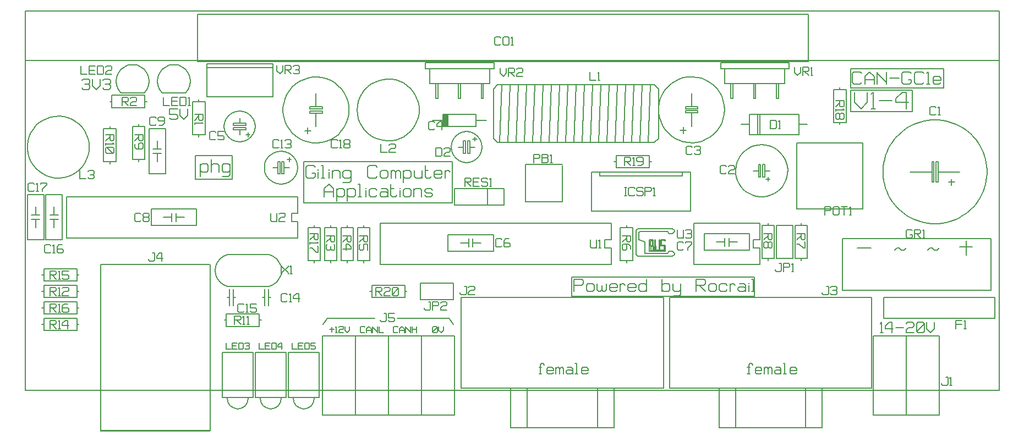
<source format=gbr>
G04                                                                  *
G04 SOURCE        : LAYO1 PCB.EXE VERSION 10                         *
G04 FORMAT        : GERBER RS-274X, Inch, 2.4, Leading Zero          *
G04 TITLE         : CAN-GC1E_SILKSCREEN TOP                          *
G04 TIME          : Monday, April 02, 2012  13:36:45                 *
G04                                                                  *
G04 Board width   : 149.860 mm. =  5.9000 inch                       *
G04 Board height  :  58.420 mm. =  2.3000 inch                       *
G04 Board offset  :   0.000 mm. =  0.0000 inch                       *
G04 Board offset  :   0.000 mm. =  0.0000 inch                       *
G04                                                                  *
G04 Apertures:                                                       *
G04       Type          X       Y             X       Y        Used  *
G04                      Inches                Metric                *
G04 D10   Draw        0.0079  0.0079        0.200   0.200      3362  *
G04                                                                  *
%FSLAX24Y24*
MOIN*
SFA1.0B1.0*%
%ADD10C,0.0079*%
%LNSILKSCREEN TOP*%
G54D10*
X000000Y023000D02*
X000000Y000000D01*
X059000Y000000D01*
X059000Y023000D01*
X000000Y023000D01*
X016516Y009250D02*
X002516Y009250D01*
X002516Y011750D01*
X016516Y011750D01*
X016516Y010750D01*
X016141Y010750D01*
X016141Y010250D01*
X016516Y010250D01*
X016516Y009250D01*
X044500Y007625D02*
X040500Y007625D01*
X040500Y010125D01*
X044500Y010125D01*
X044500Y009125D01*
X044125Y009125D01*
X044125Y008625D01*
X044500Y008625D01*
X044500Y007625D01*
X012289Y006297D02*
X014789Y006297D01*
X015031Y006398D01*
X015242Y006563D01*
X015398Y006766D01*
X015500Y007008D01*
X015531Y007266D01*
X015500Y007523D01*
X015398Y007766D01*
X015234Y007977D01*
X015031Y008133D01*
X014789Y008234D01*
X012273Y008234D01*
X012031Y008133D01*
X011820Y007969D01*
X011664Y007766D01*
X011563Y007523D01*
X011531Y007266D01*
X011563Y007008D01*
X011664Y006766D01*
X011828Y006555D01*
X012031Y006398D01*
X012273Y006297D01*
X046516Y010000D02*
X046516Y008000D01*
X045516Y008000D01*
X045516Y010000D01*
X046516Y010000D01*
X052000Y005625D02*
X052000Y004375D01*
X058750Y004375D01*
X058750Y005625D01*
X052000Y005625D01*
X020125Y017000D02*
X020141Y016742D01*
X020195Y016484D01*
X020289Y016234D01*
X020406Y016008D01*
X020563Y015797D01*
X020742Y015609D01*
X020953Y015445D01*
X021180Y015313D01*
X021422Y015219D01*
X021672Y015156D01*
X021938Y015125D01*
X022195Y015133D01*
X022453Y015180D01*
X022703Y015266D01*
X022938Y015375D01*
X023156Y015523D01*
X023352Y015695D01*
X023516Y015898D01*
X023656Y016125D01*
X023766Y016359D01*
X023836Y016609D01*
X023867Y016875D01*
X023867Y017133D01*
X023836Y017391D01*
X023758Y017641D01*
X023656Y017883D01*
X023516Y018102D01*
X023344Y018305D01*
X023148Y018477D01*
X022938Y018625D01*
X022703Y018742D01*
X022453Y018820D01*
X022195Y018867D01*
X021930Y018875D01*
X021672Y018844D01*
X021414Y018781D01*
X021172Y018680D01*
X020945Y018555D01*
X020742Y018391D01*
X020563Y018203D01*
X020406Y017992D01*
X020289Y017758D01*
X020195Y017516D01*
X020141Y017258D01*
X020125Y016992D01*
X038125Y018531D02*
X038375Y018281D01*
X038375Y015281D01*
X038125Y015031D01*
X028625Y015031D01*
X028375Y015281D01*
X028375Y018281D01*
X028625Y018531D01*
X038125Y018531D01*
X037750Y015031D02*
X037875Y018531D01*
X037375Y018531D01*
X037250Y015031D01*
X036750Y015031D01*
X036875Y018531D01*
X036375Y018531D01*
X036250Y015031D01*
X035750Y015031D01*
X035875Y018531D01*
X035375Y018531D01*
X035250Y015031D01*
X034750Y015031D01*
X034875Y018531D01*
X034375Y018531D01*
X034250Y015031D01*
X033750Y015031D01*
X033875Y018531D01*
X033375Y018531D01*
X033250Y015031D01*
X032750Y015031D01*
X032875Y018531D01*
X032375Y018531D01*
X032250Y015031D01*
X031750Y015031D01*
X031875Y018531D01*
X031375Y018531D01*
X031250Y015031D01*
X030750Y015031D01*
X030875Y018531D01*
X030375Y018531D01*
X030250Y015031D01*
X029750Y015031D01*
X029875Y018531D01*
X029375Y018531D01*
X029250Y015031D01*
X028750Y015031D01*
X028875Y018531D01*
X043391Y016125D02*
X043891Y016125D01*
X043891Y016750D01*
X046891Y016750D01*
X046891Y015500D01*
X043891Y015500D01*
X043891Y016125D01*
X046891Y016125D02*
X047391Y016125D01*
X044391Y015500D02*
X044391Y016750D01*
X044516Y016750D02*
X044516Y015500D01*
X005141Y015875D02*
X004766Y015875D01*
X004766Y013875D01*
X005516Y013875D01*
X005516Y015875D01*
X005141Y015875D01*
X005141Y016000D01*
X005141Y013875D02*
X005141Y013750D01*
X036438Y009875D02*
X036063Y009875D01*
X036063Y007875D01*
X036813Y007875D01*
X036813Y009875D01*
X036438Y009875D01*
X036438Y010000D01*
X036438Y007875D02*
X036438Y007750D01*
X014195Y004258D02*
X014195Y004633D01*
X012195Y004633D01*
X012195Y003883D01*
X014195Y003883D01*
X014195Y004258D01*
X014320Y004258D01*
X012195Y004258D02*
X012070Y004258D01*
X045016Y010000D02*
X044641Y010000D01*
X044641Y008000D01*
X045391Y008000D01*
X045391Y010000D01*
X045016Y010000D01*
X045016Y010125D01*
X045016Y008000D02*
X045016Y007875D01*
X017516Y009875D02*
X017141Y009875D01*
X017141Y007875D01*
X017891Y007875D01*
X017891Y009875D01*
X017516Y009875D01*
X017516Y010000D01*
X017516Y007875D02*
X017516Y007750D01*
X018516Y007875D02*
X018891Y007875D01*
X018891Y009875D01*
X018141Y009875D01*
X018141Y007875D01*
X018516Y007875D01*
X018516Y007750D01*
X018516Y009875D02*
X018516Y010000D01*
X047016Y008000D02*
X047391Y008000D01*
X047391Y010000D01*
X046641Y010000D01*
X046641Y008000D01*
X047016Y008000D01*
X047016Y007875D01*
X047016Y010000D02*
X047016Y010125D01*
X003141Y006000D02*
X003141Y006375D01*
X001141Y006375D01*
X001141Y005625D01*
X003141Y005625D01*
X003141Y006000D01*
X003266Y006000D01*
X001141Y006000D02*
X001016Y006000D01*
X003141Y004000D02*
X003141Y004375D01*
X001141Y004375D01*
X001141Y003625D01*
X003141Y003625D01*
X003141Y004000D01*
X003266Y004000D01*
X001141Y004000D02*
X001016Y004000D01*
X026375Y008938D02*
X026875Y008938D01*
X027125Y008938D02*
X027625Y008938D01*
X026875Y008688D02*
X026875Y009188D01*
X027125Y008688D02*
X027125Y009188D01*
X025625Y009438D02*
X025625Y008438D01*
X028375Y008438D01*
X028375Y009438D01*
X025625Y009438D01*
X041891Y009000D02*
X042391Y009000D01*
X042641Y009000D02*
X043141Y009000D01*
X042391Y008750D02*
X042391Y009250D01*
X042641Y008750D02*
X042641Y009250D01*
X041141Y009500D02*
X041141Y008500D01*
X043891Y008500D01*
X043891Y009500D01*
X041141Y009500D01*
X008391Y010500D02*
X008891Y010500D01*
X009141Y010500D02*
X009641Y010500D01*
X008891Y010250D02*
X008891Y010750D01*
X009141Y010250D02*
X009141Y010750D01*
X007641Y011000D02*
X007641Y010000D01*
X010391Y010000D01*
X010391Y011000D01*
X007641Y011000D01*
X008016Y013875D02*
X008016Y014375D01*
X008016Y014625D02*
X008016Y015125D01*
X008266Y014375D02*
X007766Y014375D01*
X008266Y014625D02*
X007766Y014625D01*
X007516Y013125D02*
X008516Y013125D01*
X008516Y015875D01*
X007516Y015875D01*
X007516Y013125D01*
X001766Y009875D02*
X001766Y010375D01*
X001766Y010625D02*
X001766Y011125D01*
X002016Y010375D02*
X001516Y010375D01*
X002016Y010625D02*
X001516Y010625D01*
X001266Y009125D02*
X002266Y009125D01*
X002266Y011875D01*
X001266Y011875D01*
X001266Y009125D01*
X000641Y009875D02*
X000641Y010375D01*
X000641Y010625D02*
X000641Y011125D01*
X000891Y010375D02*
X000391Y010375D01*
X000891Y010625D02*
X000391Y010625D01*
X000141Y009125D02*
X001141Y009125D01*
X001141Y011875D01*
X000141Y011875D01*
X000141Y009125D01*
X014500Y005125D02*
X014500Y006125D01*
X014750Y005125D02*
X014750Y006125D01*
X014750Y005625D02*
X014875Y005625D01*
X014500Y005625D02*
X014375Y005625D01*
X012375Y005125D02*
X012375Y006125D01*
X012625Y005125D02*
X012625Y006125D01*
X012625Y005625D02*
X012750Y005625D01*
X012375Y005625D02*
X012250Y005625D01*
X016000Y013875D02*
X016000Y014125D01*
X016125Y014000D02*
X015875Y014000D01*
X015500Y014500D02*
X015242Y014469D01*
X015000Y014367D01*
X014789Y014203D01*
X014633Y014000D01*
X014531Y013758D01*
X014500Y013500D01*
X014531Y013242D01*
X014633Y013000D01*
X014797Y012789D01*
X015000Y012633D01*
X015242Y012531D01*
X015500Y012500D01*
X015758Y012531D01*
X016000Y012633D01*
X016211Y012797D01*
X016367Y013000D01*
X016469Y013242D01*
X016500Y013500D01*
X016469Y013758D01*
X016367Y014000D01*
X016203Y014211D01*
X016000Y014367D01*
X015758Y014469D01*
X015500Y014500D01*
X015563Y013125D02*
X015563Y013875D01*
X015688Y013875D01*
X015688Y013125D01*
X015563Y013125D01*
X015438Y013125D02*
X015438Y013875D01*
X015313Y013875D01*
X015313Y013125D01*
X015438Y013125D01*
X015313Y013500D02*
X015000Y013500D01*
X015688Y013500D02*
X016000Y013500D01*
X044688Y012938D02*
X044688Y013688D01*
X044813Y013688D01*
X044813Y012938D01*
X044688Y012938D01*
X044563Y012938D02*
X044563Y013688D01*
X044438Y013688D01*
X044438Y012938D01*
X044563Y012938D01*
X044813Y013313D02*
X045125Y013313D01*
X044438Y013313D02*
X044125Y013313D01*
X044625Y014891D02*
X044406Y014875D01*
X044188Y014828D01*
X043984Y014758D01*
X043789Y014648D01*
X043609Y014523D01*
X043453Y014367D01*
X043313Y014195D01*
X043203Y014000D01*
X043125Y013797D01*
X043070Y013586D01*
X043047Y013367D01*
X043055Y013148D01*
X043094Y012930D01*
X043164Y012719D01*
X043258Y012523D01*
X043383Y012336D01*
X043531Y012180D01*
X043695Y012031D01*
X043883Y011922D01*
X044086Y011828D01*
X044297Y011766D01*
X044516Y011734D01*
X044734Y011742D01*
X044953Y011766D01*
X045164Y011828D01*
X045367Y011922D01*
X045555Y012039D01*
X045727Y012180D01*
X045867Y012344D01*
X045992Y012523D01*
X046086Y012727D01*
X046156Y012930D01*
X046195Y013148D01*
X046203Y013367D01*
X046180Y013586D01*
X046125Y013805D01*
X046039Y014008D01*
X045930Y014195D01*
X045797Y014367D01*
X045633Y014523D01*
X045461Y014656D01*
X045266Y014758D01*
X045055Y014828D01*
X044844Y014875D01*
X044617Y014891D01*
X045000Y012688D02*
X045000Y012938D01*
X045125Y012813D02*
X044875Y012813D01*
X027250Y015125D02*
X027250Y015375D01*
X027375Y015250D02*
X027125Y015250D01*
X026813Y014375D02*
X026813Y015125D01*
X026938Y015125D01*
X026938Y014375D01*
X026813Y014375D01*
X026688Y014375D02*
X026688Y015125D01*
X026563Y015125D01*
X026563Y014375D01*
X026688Y014375D01*
X026563Y014750D02*
X026250Y014750D01*
X026938Y014750D02*
X027250Y014750D01*
X026750Y015688D02*
X026508Y015656D01*
X026281Y015563D01*
X026086Y015414D01*
X025938Y015219D01*
X025844Y014992D01*
X025813Y014750D01*
X025844Y014508D01*
X025938Y014281D01*
X026086Y014086D01*
X026281Y013938D01*
X026508Y013844D01*
X026750Y013813D01*
X026992Y013844D01*
X027219Y013938D01*
X027414Y014086D01*
X027563Y014281D01*
X027656Y014508D01*
X027688Y014750D01*
X027656Y014992D01*
X027563Y015219D01*
X027414Y015414D01*
X027219Y015563D01*
X026992Y015656D01*
X026750Y015688D01*
X040000Y016953D02*
X040750Y016953D01*
X040750Y016828D01*
X040000Y016828D01*
X040000Y016953D01*
X040000Y017078D02*
X040750Y017078D01*
X040750Y017203D01*
X040000Y017203D01*
X040000Y017078D01*
X040375Y016828D02*
X040375Y016016D01*
X040375Y017203D02*
X040375Y018016D01*
X042375Y017016D02*
X042359Y017297D01*
X042297Y017570D01*
X042203Y017828D01*
X042070Y018078D01*
X041906Y018305D01*
X041711Y018500D01*
X041492Y018672D01*
X041250Y018813D01*
X040992Y018922D01*
X040719Y018984D01*
X040445Y019016D01*
X040164Y019008D01*
X039891Y018953D01*
X039625Y018867D01*
X039375Y018750D01*
X039141Y018594D01*
X038938Y018406D01*
X038758Y018188D01*
X038609Y017953D01*
X038492Y017695D01*
X038422Y017430D01*
X038383Y017156D01*
X038383Y016875D01*
X038422Y016594D01*
X038500Y016328D01*
X038609Y016070D01*
X038758Y015836D01*
X038938Y015625D01*
X039148Y015438D01*
X039375Y015281D01*
X039633Y015156D01*
X039898Y015070D01*
X040172Y015023D01*
X040445Y015016D01*
X040727Y015047D01*
X041000Y015117D01*
X041258Y015219D01*
X041500Y015359D01*
X041719Y015531D01*
X041906Y015734D01*
X042070Y015961D01*
X042203Y016203D01*
X042297Y016469D01*
X042359Y016742D01*
X042375Y017023D01*
X039688Y015766D02*
X040063Y015766D01*
X039875Y015578D02*
X039875Y015953D01*
X013375Y015500D02*
X013625Y015500D01*
X013500Y015375D02*
X013500Y015625D01*
X012625Y015938D02*
X013375Y015938D01*
X013375Y015813D01*
X012625Y015813D01*
X012625Y015938D01*
X012625Y016063D02*
X013375Y016063D01*
X013375Y016188D01*
X012625Y016188D01*
X012625Y016063D01*
X013000Y016188D02*
X013000Y016500D01*
X013000Y015813D02*
X013000Y015500D01*
X013938Y016000D02*
X013906Y016242D01*
X013813Y016469D01*
X013664Y016664D01*
X013469Y016813D01*
X013242Y016906D01*
X013000Y016938D01*
X012758Y016906D01*
X012531Y016813D01*
X012336Y016664D01*
X012188Y016469D01*
X012094Y016242D01*
X012063Y016000D01*
X012094Y015758D01*
X012188Y015531D01*
X012336Y015336D01*
X012531Y015188D01*
X012758Y015094D01*
X013000Y015063D01*
X013242Y015094D01*
X013469Y015188D01*
X013664Y015336D01*
X013813Y015531D01*
X013906Y015758D01*
X013938Y016000D01*
X055188Y012625D02*
X055188Y013875D01*
X055313Y013875D01*
X055313Y012625D01*
X055188Y012625D01*
X055063Y012625D02*
X055063Y013875D01*
X054938Y013875D01*
X054938Y012625D01*
X055063Y012625D01*
X055313Y013250D02*
X056625Y013250D01*
X054938Y013250D02*
X053625Y013250D01*
X056125Y012438D02*
X056125Y012813D01*
X056313Y012625D02*
X055938Y012625D01*
X055125Y016398D02*
X054906Y016391D01*
X054688Y016367D01*
X054469Y016328D01*
X054258Y016273D01*
X054047Y016211D01*
X053844Y016125D01*
X053648Y016031D01*
X053453Y015922D01*
X053273Y015797D01*
X053102Y015664D01*
X052938Y015516D01*
X052781Y015359D01*
X052641Y015188D01*
X052516Y015008D01*
X052398Y014820D01*
X052297Y014633D01*
X052203Y014430D01*
X052133Y014219D01*
X052070Y014008D01*
X052023Y013797D01*
X051992Y013578D01*
X051977Y013359D01*
X051977Y013141D01*
X051992Y012922D01*
X052023Y012703D01*
X052070Y012484D01*
X052133Y012273D01*
X052203Y012070D01*
X052297Y011867D01*
X052398Y011672D01*
X052516Y011484D01*
X052648Y011313D01*
X052789Y011141D01*
X052938Y010984D01*
X053102Y010836D01*
X053273Y010703D01*
X053461Y010578D01*
X053648Y010469D01*
X053844Y010375D01*
X054055Y010289D01*
X054258Y010219D01*
X054477Y010172D01*
X054688Y010133D01*
X054906Y010109D01*
X055133Y010102D01*
X055352Y010109D01*
X055570Y010133D01*
X055781Y010172D01*
X056000Y010227D01*
X056203Y010289D01*
X056406Y010375D01*
X056609Y010469D01*
X056797Y010586D01*
X056977Y010703D01*
X057156Y010844D01*
X057313Y010992D01*
X057469Y011148D01*
X057609Y011313D01*
X057734Y011492D01*
X057852Y011680D01*
X057961Y011875D01*
X058047Y012078D01*
X058117Y012281D01*
X058180Y012492D01*
X058227Y012711D01*
X058258Y012930D01*
X058273Y013148D01*
X058273Y013367D01*
X058258Y013586D01*
X058227Y013805D01*
X058180Y014016D01*
X058117Y014227D01*
X058039Y014438D01*
X057953Y014633D01*
X057852Y014828D01*
X057734Y015016D01*
X057602Y015195D01*
X057461Y015359D01*
X057305Y015523D01*
X057141Y015664D01*
X056969Y015805D01*
X056789Y015922D01*
X056594Y016031D01*
X056398Y016133D01*
X056195Y016211D01*
X055984Y016281D01*
X055773Y016328D01*
X055555Y016367D01*
X055336Y016391D01*
X055117Y016398D01*
X058500Y009188D02*
X058500Y006063D01*
X049500Y006063D01*
X049500Y009188D01*
X058500Y009188D01*
X057375Y008688D02*
X056625Y008688D01*
X057000Y009063D02*
X057000Y008188D01*
X051250Y008625D02*
X050406Y008625D01*
X055375Y008641D02*
X055234Y008500D01*
X055094Y008500D01*
X054953Y008641D01*
X054813Y008641D01*
X054672Y008500D01*
X053375Y008641D02*
X053234Y008500D01*
X053094Y008500D01*
X052953Y008641D01*
X052813Y008641D01*
X052672Y008500D01*
X038672Y005625D02*
X038672Y000125D01*
X026422Y000125D01*
X026422Y005625D01*
X038672Y005625D01*
X035672Y000125D02*
X035672Y-002250D01*
X029422Y-002250D01*
X029422Y000125D01*
X034672Y000125D02*
X034672Y-002250D01*
X030422Y000125D02*
X030422Y-002250D01*
X031453Y001547D02*
X031375Y001625D01*
X031297Y001625D01*
X031219Y001547D01*
X031219Y001000D01*
X031141Y001000D01*
X031297Y001000D01*
X031141Y001391D02*
X031297Y001391D01*
X032000Y001078D02*
X031922Y001000D01*
X031688Y001000D01*
X031609Y001078D01*
X031609Y001313D01*
X031688Y001391D01*
X031922Y001391D01*
X032000Y001313D01*
X032000Y001195D01*
X031609Y001195D01*
X032156Y001391D02*
X032156Y001000D01*
X032156Y001313D02*
X032234Y001391D01*
X032313Y001391D01*
X032391Y001313D01*
X032391Y001000D01*
X032391Y001313D02*
X032469Y001391D01*
X032547Y001391D01*
X032625Y001313D01*
X032625Y001000D01*
X032859Y001391D02*
X033094Y001391D01*
X033172Y001313D01*
X033172Y001000D01*
X033172Y001078D02*
X033094Y001000D01*
X032859Y001000D01*
X032781Y001078D01*
X032781Y001156D01*
X032859Y001234D01*
X033094Y001234D01*
X033172Y001156D01*
X033328Y001000D02*
X033484Y001000D01*
X033406Y001000D02*
X033406Y001625D01*
X033328Y001625D01*
X034109Y001078D02*
X034031Y001000D01*
X033797Y001000D01*
X033719Y001078D01*
X033719Y001313D01*
X033797Y001391D01*
X034031Y001391D01*
X034109Y001313D01*
X034109Y001195D01*
X033719Y001195D01*
X051297Y005625D02*
X051297Y000125D01*
X039047Y000125D01*
X039047Y005625D01*
X051297Y005625D01*
X048297Y000125D02*
X048297Y-002250D01*
X042047Y-002250D01*
X042047Y000125D01*
X047297Y000125D02*
X047297Y-002250D01*
X043047Y000125D02*
X043047Y-002250D01*
X044078Y001547D02*
X044000Y001625D01*
X043922Y001625D01*
X043844Y001547D01*
X043844Y001000D01*
X043766Y001000D01*
X043922Y001000D01*
X043766Y001391D02*
X043922Y001391D01*
X044625Y001078D02*
X044547Y001000D01*
X044313Y001000D01*
X044234Y001078D01*
X044234Y001313D01*
X044313Y001391D01*
X044547Y001391D01*
X044625Y001313D01*
X044625Y001195D01*
X044234Y001195D01*
X044781Y001391D02*
X044781Y001000D01*
X044781Y001313D02*
X044859Y001391D01*
X044938Y001391D01*
X045016Y001313D01*
X045016Y001000D01*
X045016Y001313D02*
X045094Y001391D01*
X045172Y001391D01*
X045250Y001313D01*
X045250Y001000D01*
X045484Y001391D02*
X045719Y001391D01*
X045797Y001313D01*
X045797Y001000D01*
X045797Y001078D02*
X045719Y001000D01*
X045484Y001000D01*
X045406Y001078D01*
X045406Y001156D01*
X045484Y001234D01*
X045719Y001234D01*
X045797Y001156D01*
X045953Y001000D02*
X046109Y001000D01*
X046031Y001000D02*
X046031Y001625D01*
X045953Y001625D01*
X046734Y001078D02*
X046656Y001000D01*
X046422Y001000D01*
X046344Y001078D01*
X046344Y001313D01*
X046422Y001391D01*
X046656Y001391D01*
X046734Y001313D01*
X046734Y001195D01*
X046344Y001195D01*
X040313Y010875D02*
X034313Y010875D01*
X034313Y013250D01*
X040313Y013250D01*
X040313Y010875D01*
X039813Y013000D02*
X034813Y013000D01*
X039813Y013000D01*
X039813Y013000D02*
X034813Y013000D01*
X034813Y013250D01*
X039813Y013250D01*
X039813Y013000D01*
X012891Y-000438D02*
X011953Y-000438D01*
X011953Y002313D01*
X013828Y002313D01*
X013828Y-000438D01*
X012266Y-000438D01*
X012266Y-000500D01*
X013516Y-000438D02*
X013516Y-000500D01*
X012891Y-001125D02*
X013148Y-001070D01*
X013352Y-000922D01*
X013484Y-000695D01*
X013516Y-000438D01*
X012266Y-000438D01*
X012297Y-000695D01*
X012430Y-000922D01*
X012641Y-001070D01*
X012891Y-001125D01*
X005516Y018750D02*
X005547Y018492D01*
X005648Y018250D01*
X005813Y018039D01*
X007203Y018039D01*
X007383Y018250D01*
X007484Y018492D01*
X007516Y018750D01*
X007484Y019008D01*
X007383Y019250D01*
X007219Y019461D01*
X007016Y019617D01*
X006773Y019719D01*
X006516Y019750D01*
X006258Y019719D01*
X006016Y019617D01*
X005805Y019453D01*
X005648Y019250D01*
X005547Y019008D01*
X005516Y018750D01*
X014891Y-000438D02*
X013953Y-000438D01*
X013953Y002313D01*
X015828Y002313D01*
X015828Y-000438D01*
X014266Y-000438D01*
X014266Y-000500D01*
X015516Y-000438D02*
X015516Y-000500D01*
X014891Y-001125D02*
X015148Y-001070D01*
X015352Y-000922D01*
X015484Y-000695D01*
X015516Y-000438D01*
X014266Y-000438D01*
X014297Y-000695D01*
X014430Y-000922D01*
X014641Y-001070D01*
X014891Y-001125D01*
X016891Y-000438D02*
X015953Y-000438D01*
X015953Y002313D01*
X017828Y002313D01*
X017828Y-000438D01*
X016266Y-000438D01*
X016266Y-000500D01*
X017516Y-000438D02*
X017516Y-000500D01*
X016891Y-001125D02*
X017148Y-001070D01*
X017352Y-000922D01*
X017484Y-000695D01*
X017516Y-000438D01*
X016266Y-000438D01*
X016297Y-000695D01*
X016430Y-000922D01*
X016641Y-001070D01*
X016891Y-001125D01*
X008016Y018750D02*
X008047Y018492D01*
X008148Y018250D01*
X008313Y018039D01*
X009703Y018039D01*
X009883Y018250D01*
X009984Y018492D01*
X010016Y018750D01*
X009984Y019008D01*
X009883Y019250D01*
X009719Y019461D01*
X009516Y019617D01*
X009273Y019719D01*
X009016Y019750D01*
X008758Y019719D01*
X008516Y019617D01*
X008305Y019453D01*
X008148Y019250D01*
X008047Y019008D01*
X008016Y018750D01*
X024266Y019867D02*
X028414Y019867D01*
X028414Y019492D01*
X024266Y019492D01*
X024266Y019867D01*
X024516Y019492D02*
X028141Y019492D01*
X028141Y018586D01*
X024516Y018586D01*
X024516Y019492D01*
X027641Y018586D02*
X027766Y018586D01*
X027766Y017711D01*
X027641Y017711D01*
X027641Y018586D01*
X026266Y018586D02*
X026391Y018586D01*
X026391Y017711D01*
X026266Y017711D01*
X026266Y018586D01*
X024891Y018586D02*
X025016Y018586D01*
X024891Y018586D02*
X025016Y018586D01*
X025016Y017711D01*
X024891Y017711D01*
X024891Y018586D01*
X042141Y019867D02*
X046289Y019867D01*
X046289Y019492D01*
X042141Y019492D01*
X042141Y019867D01*
X042391Y019492D02*
X046016Y019492D01*
X046016Y018586D01*
X042391Y018586D01*
X042391Y019492D01*
X045516Y018586D02*
X045641Y018586D01*
X045641Y017711D01*
X045516Y017711D01*
X045516Y018586D01*
X044141Y018586D02*
X044266Y018586D01*
X044266Y017711D01*
X044141Y017711D01*
X044141Y018586D01*
X042766Y018586D02*
X042891Y018586D01*
X042766Y018586D02*
X042891Y018586D01*
X042891Y017711D01*
X042766Y017711D01*
X042766Y018586D01*
X007891Y007625D02*
X011195Y007625D01*
X004586Y007625D01*
X004586Y-002453D02*
X011195Y-002453D01*
X011203Y007625D02*
X011203Y-002438D01*
X004578Y-002438D01*
X004578Y007625D01*
X018016Y-001500D02*
X018016Y003313D01*
X022016Y003313D01*
X022016Y-001500D01*
X018016Y-001500D01*
X020016Y-001500D02*
X020016Y003313D01*
X022016Y-001500D02*
X024016Y-001500D01*
X024016Y003313D01*
X022016Y003313D01*
X024016Y003313D02*
X026016Y003313D01*
X026016Y-001500D01*
X024016Y-001500D01*
X051375Y-001500D02*
X051375Y003313D01*
X055375Y003313D01*
X055375Y-001500D01*
X051375Y-001500D01*
X053375Y-001500D02*
X053375Y003313D01*
X001141Y005000D02*
X001141Y004625D01*
X003141Y004625D01*
X003141Y005375D01*
X001141Y005375D01*
X001141Y005000D01*
X001016Y005000D01*
X003141Y005000D02*
X003266Y005000D01*
X006891Y014000D02*
X007266Y014000D01*
X007266Y016000D01*
X006516Y016000D01*
X006516Y014000D01*
X006891Y014000D01*
X006891Y013875D01*
X006891Y016000D02*
X006891Y016125D01*
X005266Y017516D02*
X005266Y017141D01*
X007266Y017141D01*
X007266Y017891D01*
X005266Y017891D01*
X005266Y017516D01*
X005141Y017516D01*
X007266Y017516D02*
X007391Y017516D01*
X019516Y007875D02*
X019891Y007875D01*
X019891Y009875D01*
X019141Y009875D01*
X019141Y007875D01*
X019516Y007875D01*
X019516Y007750D01*
X019516Y009875D02*
X019516Y010000D01*
X020516Y007875D02*
X020891Y007875D01*
X020891Y009875D01*
X020141Y009875D01*
X020141Y007875D01*
X020516Y007875D01*
X020516Y007750D01*
X020516Y009875D02*
X020516Y010000D01*
X010531Y017500D02*
X010156Y017500D01*
X010156Y015500D01*
X010906Y015500D01*
X010906Y017500D01*
X010531Y017500D01*
X010531Y017625D01*
X010531Y015500D02*
X010531Y015375D01*
X001141Y007000D02*
X001141Y006625D01*
X003141Y006625D01*
X003141Y007375D01*
X001141Y007375D01*
X001141Y007000D01*
X001016Y007000D01*
X003141Y007000D02*
X003266Y007000D01*
X029016Y011250D02*
X026016Y011250D01*
X026016Y012250D01*
X029016Y012250D01*
X029016Y011250D01*
X028016Y011250D02*
X028016Y012250D01*
X035813Y013875D02*
X035813Y013500D01*
X037813Y013500D01*
X037813Y014250D01*
X035813Y014250D01*
X035813Y013875D01*
X035688Y013875D01*
X037813Y013875D02*
X037938Y013875D01*
X049359Y018250D02*
X048984Y018250D01*
X048984Y016250D01*
X049734Y016250D01*
X049734Y018250D01*
X049359Y018250D01*
X049359Y018375D01*
X049359Y016250D02*
X049359Y016125D01*
X032563Y013625D02*
X032563Y011438D01*
X030313Y011438D01*
X030313Y013688D01*
X032563Y013688D01*
X011000Y019563D02*
X011000Y019813D01*
X015000Y019813D01*
X015000Y017813D01*
X011000Y017813D01*
X011000Y019563D01*
X015000Y019563D01*
X046750Y011016D02*
X046750Y015016D01*
X050750Y015016D01*
X050750Y011016D01*
X046750Y011016D01*
X024688Y016375D02*
X025313Y016375D01*
X025313Y016750D01*
X027313Y016750D01*
X027313Y016000D01*
X025313Y016000D01*
X025313Y016375D01*
X027313Y016375D02*
X027938Y016375D01*
X025375Y016000D02*
X025375Y016750D01*
X025438Y016750D02*
X025438Y016000D01*
X025625Y016000D02*
X025625Y016750D01*
X025563Y016750D01*
X025563Y016000D01*
X025500Y016000D01*
X025500Y016750D01*
X003891Y014750D02*
X003875Y015008D01*
X003820Y015266D01*
X003727Y015516D01*
X003609Y015742D01*
X003453Y015953D01*
X003273Y016141D01*
X003063Y016305D01*
X002836Y016438D01*
X002594Y016531D01*
X002344Y016594D01*
X002078Y016625D01*
X001820Y016617D01*
X001563Y016570D01*
X001313Y016484D01*
X001078Y016375D01*
X000859Y016227D01*
X000664Y016055D01*
X000500Y015852D01*
X000359Y015625D01*
X000250Y015391D01*
X000180Y015141D01*
X000148Y014875D01*
X000148Y014617D01*
X000180Y014359D01*
X000258Y014109D01*
X000359Y013867D01*
X000500Y013648D01*
X000672Y013445D01*
X000867Y013273D01*
X001078Y013125D01*
X001313Y013008D01*
X001563Y012930D01*
X001820Y012883D01*
X002086Y012875D01*
X002344Y012906D01*
X002602Y012969D01*
X002844Y013070D01*
X003070Y013195D01*
X003273Y013359D01*
X003453Y013547D01*
X003609Y013758D01*
X003727Y013992D01*
X003820Y014234D01*
X003875Y014492D01*
X003891Y014758D01*
X017250Y016938D02*
X018000Y016938D01*
X018000Y016813D01*
X017250Y016813D01*
X017250Y016938D01*
X017250Y017063D02*
X018000Y017063D01*
X018000Y017188D01*
X017250Y017188D01*
X017250Y017063D01*
X017625Y016813D02*
X017625Y016000D01*
X017625Y017188D02*
X017625Y018000D01*
X019625Y017000D02*
X019609Y017281D01*
X019547Y017555D01*
X019453Y017813D01*
X019320Y018063D01*
X019156Y018289D01*
X018961Y018484D01*
X018742Y018656D01*
X018500Y018797D01*
X018242Y018906D01*
X017969Y018969D01*
X017695Y019000D01*
X017414Y018992D01*
X017141Y018938D01*
X016875Y018852D01*
X016625Y018734D01*
X016391Y018578D01*
X016188Y018391D01*
X016008Y018172D01*
X015859Y017938D01*
X015742Y017680D01*
X015672Y017414D01*
X015633Y017141D01*
X015633Y016859D01*
X015672Y016578D01*
X015750Y016313D01*
X015859Y016055D01*
X016008Y015820D01*
X016188Y015609D01*
X016398Y015422D01*
X016625Y015266D01*
X016883Y015141D01*
X017148Y015055D01*
X017422Y015008D01*
X017695Y015000D01*
X017977Y015031D01*
X018250Y015102D01*
X018508Y015203D01*
X018750Y015344D01*
X018969Y015516D01*
X019156Y015719D01*
X019320Y015945D01*
X019453Y016188D01*
X019547Y016453D01*
X019609Y016727D01*
X019625Y017008D01*
X016938Y015750D02*
X017313Y015750D01*
X017125Y015563D02*
X017125Y015938D01*
X021000Y006000D02*
X021000Y005625D01*
X023000Y005625D01*
X023000Y006375D01*
X021000Y006375D01*
X021000Y006000D01*
X020875Y006000D01*
X023000Y006000D02*
X023125Y006000D01*
X025938Y005500D02*
X023938Y005500D01*
X023938Y006500D01*
X025938Y006500D01*
X025938Y005500D01*
X010438Y022813D02*
X047438Y022813D01*
X047438Y019938D01*
X010438Y019938D01*
X010438Y022813D01*
X035516Y009125D02*
X035500Y010125D01*
X021500Y010125D01*
X021500Y007625D01*
X035500Y007625D01*
X035500Y008625D01*
X035125Y008625D01*
X035125Y009125D01*
X035500Y009125D01*
X034250Y009125D02*
X034250Y008688D01*
X034313Y008625D01*
X034563Y008625D01*
X034625Y008688D01*
X034625Y009125D02*
X034625Y008625D01*
X034750Y008625D02*
X034875Y008625D01*
X034813Y008625D02*
X034813Y009125D01*
X034750Y009063D01*
X014891Y010750D02*
X014891Y010313D01*
X014953Y010250D01*
X015203Y010250D01*
X015266Y010313D01*
X015266Y010750D02*
X015266Y010250D01*
X015766Y010250D02*
X015391Y010250D01*
X015391Y010375D01*
X015516Y010500D01*
X015703Y010500D01*
X015766Y010563D01*
X015766Y010688D01*
X015703Y010750D01*
X015453Y010750D01*
X015391Y010688D01*
X039500Y009750D02*
X039500Y009313D01*
X039563Y009250D01*
X039813Y009250D01*
X039875Y009313D01*
X039875Y009750D02*
X039875Y009250D01*
X040000Y009688D02*
X040063Y009750D01*
X040313Y009750D01*
X040375Y009688D01*
X040375Y009563D01*
X040313Y009500D01*
X040125Y009500D01*
X040313Y009500D02*
X040375Y009438D01*
X040375Y009313D01*
X040313Y009250D01*
X040063Y009250D01*
X040000Y009313D01*
X015563Y007578D02*
X015563Y007516D01*
X015938Y007141D01*
X015938Y007078D01*
X015563Y007078D02*
X015563Y007141D01*
X015938Y007516D01*
X015938Y007578D01*
X016063Y007078D02*
X016188Y007078D01*
X016125Y007078D02*
X016125Y007578D01*
X016063Y007516D01*
X045438Y007328D02*
X045438Y007266D01*
X045500Y007203D01*
X045750Y007203D01*
X045813Y007266D01*
X045813Y007703D01*
X045688Y007703D01*
X045938Y007203D02*
X045938Y007703D01*
X046250Y007703D01*
X046313Y007641D01*
X046313Y007516D01*
X046250Y007453D01*
X045938Y007453D01*
X046438Y007203D02*
X046563Y007203D01*
X046500Y007203D02*
X046500Y007703D01*
X046438Y007641D01*
X056375Y003750D02*
X056375Y004250D01*
X056750Y004250D01*
X056750Y004000D02*
X056375Y004000D01*
X056875Y003750D02*
X057000Y003750D01*
X056938Y003750D02*
X056938Y004250D01*
X056875Y004188D01*
X021563Y014930D02*
X021563Y014430D01*
X021938Y014430D01*
X022438Y014430D02*
X022063Y014430D01*
X022063Y014555D01*
X022188Y014680D01*
X022375Y014680D01*
X022438Y014742D01*
X022438Y014867D01*
X022375Y014930D01*
X022125Y014930D01*
X022063Y014867D01*
X034203Y019313D02*
X034203Y018813D01*
X034578Y018813D01*
X034703Y018813D02*
X034828Y018813D01*
X034766Y018813D02*
X034766Y019313D01*
X034703Y019250D01*
X045141Y015875D02*
X045141Y016375D01*
X045453Y016375D01*
X045516Y016313D01*
X045516Y015938D01*
X045453Y015875D01*
X045141Y015875D01*
X045641Y015875D02*
X045766Y015875D01*
X045703Y015875D02*
X045703Y016375D01*
X045641Y016313D01*
X004891Y015500D02*
X005391Y015500D01*
X005391Y015188D01*
X005328Y015125D01*
X005203Y015125D01*
X005141Y015188D01*
X005141Y015500D01*
X005141Y015375D02*
X004891Y015125D01*
X004891Y015000D02*
X004891Y014875D01*
X004891Y014938D02*
X005391Y014938D01*
X005328Y015000D01*
X004891Y014688D02*
X004953Y014750D01*
X005328Y014750D01*
X005391Y014688D01*
X005391Y014438D01*
X005328Y014375D01*
X004953Y014375D01*
X004891Y014438D01*
X004891Y014688D01*
X004953Y014750D02*
X005328Y014375D01*
X036188Y009375D02*
X036688Y009375D01*
X036688Y009063D01*
X036625Y009000D01*
X036500Y009000D01*
X036438Y009063D01*
X036438Y009375D01*
X036438Y009250D02*
X036188Y009000D01*
X036688Y008563D02*
X036688Y008750D01*
X036563Y008875D01*
X036250Y008875D01*
X036188Y008813D01*
X036188Y008563D01*
X036250Y008500D01*
X036375Y008500D01*
X036438Y008563D01*
X036438Y008875D01*
X012695Y004008D02*
X012695Y004508D01*
X013008Y004508D01*
X013070Y004445D01*
X013070Y004320D01*
X013008Y004258D01*
X012695Y004258D01*
X012820Y004258D02*
X013070Y004008D01*
X013195Y004008D02*
X013320Y004008D01*
X013258Y004008D02*
X013258Y004508D01*
X013195Y004445D01*
X013445Y004008D02*
X013570Y004008D01*
X013508Y004008D02*
X013508Y004508D01*
X013445Y004445D01*
X044766Y009500D02*
X045266Y009500D01*
X045266Y009188D01*
X045203Y009125D01*
X045078Y009125D01*
X045016Y009188D01*
X045016Y009500D01*
X045016Y009375D02*
X044766Y009125D01*
X045016Y008938D02*
X044953Y009000D01*
X044828Y009000D01*
X044766Y008938D01*
X044766Y008688D01*
X044828Y008625D01*
X044953Y008625D01*
X045016Y008688D01*
X045016Y008938D01*
X045078Y009000D01*
X045203Y009000D01*
X045266Y008938D01*
X045266Y008688D01*
X045203Y008625D01*
X045078Y008625D01*
X045016Y008688D01*
X017266Y009500D02*
X017766Y009500D01*
X017766Y009188D01*
X017703Y009125D01*
X017578Y009125D01*
X017516Y009188D01*
X017516Y009500D01*
X017516Y009375D02*
X017266Y009125D01*
X017266Y009000D02*
X017266Y008875D01*
X017266Y008938D02*
X017766Y008938D01*
X017703Y009000D01*
X017703Y008750D02*
X017766Y008750D01*
X017766Y008375D01*
X017641Y008375D01*
X017391Y008625D01*
X017266Y008625D01*
X018266Y009375D02*
X018766Y009375D01*
X018766Y009063D01*
X018703Y009000D01*
X018578Y009000D01*
X018516Y009063D01*
X018516Y009375D01*
X018516Y009250D02*
X018266Y009000D01*
X018703Y008875D02*
X018766Y008813D01*
X018766Y008563D01*
X018703Y008500D01*
X018578Y008500D01*
X018516Y008563D01*
X018516Y008750D01*
X018516Y008563D02*
X018453Y008500D01*
X018328Y008500D01*
X018266Y008563D01*
X018266Y008813D01*
X018328Y008875D01*
X046766Y009500D02*
X047266Y009500D01*
X047266Y009188D01*
X047203Y009125D01*
X047078Y009125D01*
X047016Y009188D01*
X047016Y009500D01*
X047016Y009375D02*
X046766Y009125D01*
X047203Y009000D02*
X047266Y009000D01*
X047266Y008625D01*
X047141Y008625D01*
X046891Y008875D01*
X046766Y008875D01*
X001516Y005750D02*
X001516Y006250D01*
X001828Y006250D01*
X001891Y006188D01*
X001891Y006063D01*
X001828Y006000D01*
X001516Y006000D01*
X001641Y006000D02*
X001891Y005750D01*
X002016Y005750D02*
X002141Y005750D01*
X002078Y005750D02*
X002078Y006250D01*
X002016Y006188D01*
X002641Y005750D02*
X002266Y005750D01*
X002266Y005875D01*
X002391Y006000D01*
X002578Y006000D01*
X002641Y006063D01*
X002641Y006188D01*
X002578Y006250D01*
X002328Y006250D01*
X002266Y006188D01*
X001516Y003750D02*
X001516Y004250D01*
X001828Y004250D01*
X001891Y004188D01*
X001891Y004063D01*
X001828Y004000D01*
X001516Y004000D01*
X001641Y004000D02*
X001891Y003750D01*
X002016Y003750D02*
X002141Y003750D01*
X002078Y003750D02*
X002078Y004250D01*
X002016Y004188D01*
X002578Y003750D02*
X002578Y004250D01*
X002453Y004250D01*
X002266Y004063D01*
X002266Y003938D01*
X002641Y003938D01*
X028875Y008750D02*
X028813Y008688D01*
X028563Y008688D01*
X028500Y008750D01*
X028500Y009125D01*
X028563Y009188D01*
X028813Y009188D01*
X028875Y009125D01*
X029313Y009188D02*
X029125Y009188D01*
X029000Y009063D01*
X029000Y008750D01*
X029063Y008688D01*
X029313Y008688D01*
X029375Y008750D01*
X029375Y008875D01*
X029313Y008938D01*
X029000Y008938D01*
X039891Y008563D02*
X039828Y008500D01*
X039578Y008500D01*
X039516Y008563D01*
X039516Y008938D01*
X039578Y009000D01*
X039828Y009000D01*
X039891Y008938D01*
X040016Y008938D02*
X040016Y009000D01*
X040391Y009000D01*
X040391Y008875D01*
X040141Y008625D01*
X040141Y008500D01*
X007016Y010313D02*
X006953Y010250D01*
X006703Y010250D01*
X006641Y010313D01*
X006641Y010688D01*
X006703Y010750D01*
X006953Y010750D01*
X007016Y010688D01*
X007203Y010500D02*
X007141Y010438D01*
X007141Y010313D01*
X007203Y010250D01*
X007453Y010250D01*
X007516Y010313D01*
X007516Y010438D01*
X007453Y010500D01*
X007203Y010500D01*
X007141Y010563D01*
X007141Y010688D01*
X007203Y010750D01*
X007453Y010750D01*
X007516Y010688D01*
X007516Y010563D01*
X007453Y010500D01*
X007938Y016141D02*
X007875Y016078D01*
X007625Y016078D01*
X007563Y016141D01*
X007563Y016516D01*
X007625Y016578D01*
X007875Y016578D01*
X007938Y016516D01*
X008125Y016078D02*
X008313Y016078D01*
X008438Y016203D01*
X008438Y016516D01*
X008375Y016578D01*
X008125Y016578D01*
X008063Y016516D01*
X008063Y016391D01*
X008125Y016328D01*
X008438Y016328D01*
X001563Y008391D02*
X001500Y008328D01*
X001250Y008328D01*
X001188Y008391D01*
X001188Y008766D01*
X001250Y008828D01*
X001500Y008828D01*
X001563Y008766D01*
X001688Y008328D02*
X001813Y008328D01*
X001750Y008328D02*
X001750Y008828D01*
X001688Y008766D01*
X002250Y008828D02*
X002063Y008828D01*
X001938Y008703D01*
X001938Y008391D01*
X002000Y008328D01*
X002250Y008328D01*
X002313Y008391D01*
X002313Y008516D01*
X002250Y008578D01*
X001938Y008578D01*
X000563Y012141D02*
X000500Y012078D01*
X000250Y012078D01*
X000188Y012141D01*
X000188Y012516D01*
X000250Y012578D01*
X000500Y012578D01*
X000563Y012516D01*
X000688Y012078D02*
X000813Y012078D01*
X000750Y012078D02*
X000750Y012578D01*
X000688Y012516D01*
X000938Y012516D02*
X000938Y012578D01*
X001313Y012578D01*
X001313Y012453D01*
X001063Y012203D01*
X001063Y012078D01*
X015891Y005438D02*
X015828Y005375D01*
X015578Y005375D01*
X015516Y005438D01*
X015516Y005813D01*
X015578Y005875D01*
X015828Y005875D01*
X015891Y005813D01*
X016016Y005375D02*
X016141Y005375D01*
X016078Y005375D02*
X016078Y005875D01*
X016016Y005813D01*
X016578Y005375D02*
X016578Y005875D01*
X016453Y005875D01*
X016266Y005688D01*
X016266Y005563D01*
X016641Y005563D01*
X013266Y004813D02*
X013203Y004750D01*
X012953Y004750D01*
X012891Y004813D01*
X012891Y005188D01*
X012953Y005250D01*
X013203Y005250D01*
X013266Y005188D01*
X013391Y004750D02*
X013516Y004750D01*
X013453Y004750D02*
X013453Y005250D01*
X013391Y005188D01*
X014016Y005250D02*
X013641Y005250D01*
X013641Y005000D01*
X013953Y005000D01*
X014016Y004938D01*
X014016Y004813D01*
X013953Y004750D01*
X013703Y004750D01*
X013641Y004813D01*
X015375Y014750D02*
X015313Y014688D01*
X015063Y014688D01*
X015000Y014750D01*
X015000Y015125D01*
X015063Y015188D01*
X015313Y015188D01*
X015375Y015125D01*
X015500Y014688D02*
X015625Y014688D01*
X015563Y014688D02*
X015563Y015188D01*
X015500Y015125D01*
X015750Y015125D02*
X015813Y015188D01*
X016063Y015188D01*
X016125Y015125D01*
X016125Y015000D01*
X016063Y014938D01*
X015875Y014938D01*
X016063Y014938D02*
X016125Y014875D01*
X016125Y014750D01*
X016063Y014688D01*
X015813Y014688D01*
X015750Y014750D01*
X042484Y013188D02*
X042422Y013125D01*
X042172Y013125D01*
X042109Y013188D01*
X042109Y013563D01*
X042172Y013625D01*
X042422Y013625D01*
X042484Y013563D01*
X042984Y013125D02*
X042609Y013125D01*
X042609Y013250D01*
X042734Y013375D01*
X042922Y013375D01*
X042984Y013438D01*
X042984Y013563D01*
X042922Y013625D01*
X042672Y013625D01*
X042609Y013563D01*
X024813Y015875D02*
X024750Y015813D01*
X024500Y015813D01*
X024438Y015875D01*
X024438Y016250D01*
X024500Y016313D01*
X024750Y016313D01*
X024813Y016250D01*
X025250Y015813D02*
X025250Y016313D01*
X025125Y016313D01*
X024938Y016125D01*
X024938Y016000D01*
X025313Y016000D01*
X040422Y014375D02*
X040359Y014313D01*
X040109Y014313D01*
X040047Y014375D01*
X040047Y014750D01*
X040109Y014813D01*
X040359Y014813D01*
X040422Y014750D01*
X040547Y014750D02*
X040609Y014813D01*
X040859Y014813D01*
X040922Y014750D01*
X040922Y014625D01*
X040859Y014563D01*
X040672Y014563D01*
X040859Y014563D02*
X040922Y014500D01*
X040922Y014375D01*
X040859Y014313D01*
X040609Y014313D01*
X040547Y014375D01*
X011563Y015250D02*
X011500Y015188D01*
X011250Y015188D01*
X011188Y015250D01*
X011188Y015625D01*
X011250Y015688D01*
X011500Y015688D01*
X011563Y015625D01*
X012063Y015688D02*
X011688Y015688D01*
X011688Y015438D01*
X012000Y015438D01*
X012063Y015375D01*
X012063Y015250D01*
X012000Y015188D01*
X011750Y015188D01*
X011688Y015250D01*
X055188Y016750D02*
X055125Y016688D01*
X054875Y016688D01*
X054813Y016750D01*
X054813Y017125D01*
X054875Y017188D01*
X055125Y017188D01*
X055188Y017125D01*
X055313Y016688D02*
X055438Y016688D01*
X055375Y016688D02*
X055375Y017188D01*
X055313Y017125D01*
X053625Y009438D02*
X053750Y009438D01*
X053750Y009313D01*
X053688Y009250D01*
X053438Y009250D01*
X053375Y009313D01*
X053375Y009688D01*
X053438Y009750D01*
X053688Y009750D01*
X053750Y009688D01*
X053875Y009250D02*
X053875Y009750D01*
X054188Y009750D01*
X054250Y009688D01*
X054250Y009563D01*
X054188Y009500D01*
X053875Y009500D01*
X054000Y009500D02*
X054250Y009250D01*
X054375Y009250D02*
X054500Y009250D01*
X054438Y009250D02*
X054438Y009750D01*
X054375Y009688D01*
X026359Y005938D02*
X026359Y005875D01*
X026422Y005813D01*
X026672Y005813D01*
X026734Y005875D01*
X026734Y006313D01*
X026609Y006313D01*
X027234Y005813D02*
X026859Y005813D01*
X026859Y005938D01*
X026984Y006063D01*
X027172Y006063D01*
X027234Y006125D01*
X027234Y006250D01*
X027172Y006313D01*
X026922Y006313D01*
X026859Y006250D01*
X048297Y005938D02*
X048297Y005875D01*
X048359Y005813D01*
X048609Y005813D01*
X048672Y005875D01*
X048672Y006313D01*
X048547Y006313D01*
X048797Y006250D02*
X048859Y006313D01*
X049109Y006313D01*
X049172Y006250D01*
X049172Y006125D01*
X049109Y006063D01*
X048922Y006063D01*
X049109Y006063D02*
X049172Y006000D01*
X049172Y005875D01*
X049109Y005813D01*
X048859Y005813D01*
X048797Y005875D01*
X036375Y011813D02*
X036375Y012313D01*
X036313Y012313D02*
X036438Y012313D01*
X036313Y011813D02*
X036438Y011813D01*
X036938Y011875D02*
X036875Y011813D01*
X036625Y011813D01*
X036563Y011875D01*
X036563Y012250D01*
X036625Y012313D01*
X036875Y012313D01*
X036938Y012250D01*
X037063Y011875D02*
X037125Y011813D01*
X037375Y011813D01*
X037438Y011875D01*
X037438Y012000D01*
X037375Y012063D01*
X037125Y012063D01*
X037063Y012125D01*
X037063Y012250D01*
X037125Y012313D01*
X037375Y012313D01*
X037438Y012250D01*
X037563Y011813D02*
X037563Y012313D01*
X037875Y012313D01*
X037938Y012250D01*
X037938Y012125D01*
X037875Y012063D01*
X037563Y012063D01*
X038063Y011813D02*
X038188Y011813D01*
X038125Y011813D02*
X038125Y012313D01*
X038063Y012250D01*
X003391Y019656D02*
X003391Y019156D01*
X003766Y019156D01*
X004266Y019156D02*
X003891Y019156D01*
X003891Y019656D01*
X004266Y019656D01*
X003891Y019406D02*
X004203Y019406D01*
X004391Y019156D02*
X004391Y019656D01*
X004703Y019656D01*
X004766Y019594D01*
X004766Y019219D01*
X004703Y019156D01*
X004391Y019156D01*
X005266Y019156D02*
X004891Y019156D01*
X004891Y019281D01*
X005016Y019406D01*
X005203Y019406D01*
X005266Y019469D01*
X005266Y019594D01*
X005203Y019656D01*
X004953Y019656D01*
X004891Y019594D01*
X008391Y017781D02*
X008391Y017281D01*
X008766Y017281D01*
X009266Y017281D02*
X008891Y017281D01*
X008891Y017781D01*
X009266Y017781D01*
X008891Y017531D02*
X009203Y017531D01*
X009391Y017281D02*
X009391Y017781D01*
X009703Y017781D01*
X009766Y017719D01*
X009766Y017344D01*
X009703Y017281D01*
X009391Y017281D01*
X009891Y017281D02*
X010016Y017281D01*
X009953Y017281D02*
X009953Y017781D01*
X009891Y017719D01*
X028789Y019531D02*
X028789Y019219D01*
X028977Y019031D01*
X029164Y019219D01*
X029164Y019531D01*
X029289Y019031D02*
X029289Y019531D01*
X029602Y019531D01*
X029664Y019469D01*
X029664Y019344D01*
X029602Y019281D01*
X029289Y019281D01*
X029414Y019281D02*
X029664Y019031D01*
X030164Y019031D02*
X029789Y019031D01*
X029789Y019156D01*
X029914Y019281D01*
X030102Y019281D01*
X030164Y019344D01*
X030164Y019469D01*
X030102Y019531D01*
X029852Y019531D01*
X029789Y019469D01*
X046602Y019594D02*
X046602Y019281D01*
X046789Y019094D01*
X046977Y019281D01*
X046977Y019594D01*
X047102Y019094D02*
X047102Y019594D01*
X047414Y019594D01*
X047477Y019531D01*
X047477Y019406D01*
X047414Y019344D01*
X047102Y019344D01*
X047227Y019344D02*
X047477Y019094D01*
X047602Y019094D02*
X047727Y019094D01*
X047664Y019094D02*
X047664Y019594D01*
X047602Y019531D01*
X007477Y007953D02*
X007477Y007891D01*
X007539Y007828D01*
X007789Y007828D01*
X007852Y007891D01*
X007852Y008328D01*
X007727Y008328D01*
X008289Y007828D02*
X008289Y008328D01*
X008164Y008328D01*
X007977Y008141D01*
X007977Y008016D01*
X008352Y008016D01*
X021516Y004281D02*
X021516Y004219D01*
X021578Y004156D01*
X021828Y004156D01*
X021891Y004219D01*
X021891Y004656D01*
X021766Y004656D01*
X022391Y004656D02*
X022016Y004656D01*
X022016Y004406D01*
X022328Y004406D01*
X022391Y004344D01*
X022391Y004219D01*
X022328Y004156D01*
X022078Y004156D01*
X022016Y004219D01*
X055531Y000438D02*
X055531Y000375D01*
X055594Y000313D01*
X055844Y000313D01*
X055906Y000375D01*
X055906Y000813D01*
X055781Y000813D01*
X056031Y000313D02*
X056156Y000313D01*
X056094Y000313D02*
X056094Y000813D01*
X056031Y000750D01*
X001516Y004750D02*
X001516Y005250D01*
X001828Y005250D01*
X001891Y005188D01*
X001891Y005063D01*
X001828Y005000D01*
X001516Y005000D01*
X001641Y005000D02*
X001891Y004750D01*
X002016Y004750D02*
X002141Y004750D01*
X002078Y004750D02*
X002078Y005250D01*
X002016Y005188D01*
X002578Y005250D02*
X002391Y005250D01*
X002266Y005125D01*
X002266Y004813D01*
X002328Y004750D01*
X002578Y004750D01*
X002641Y004813D01*
X002641Y004938D01*
X002578Y005000D01*
X002266Y005000D01*
X006641Y015500D02*
X007141Y015500D01*
X007141Y015188D01*
X007078Y015125D01*
X006953Y015125D01*
X006891Y015188D01*
X006891Y015500D01*
X006891Y015375D02*
X006641Y015125D01*
X006641Y014938D02*
X006641Y014750D01*
X006766Y014625D01*
X007078Y014625D01*
X007141Y014688D01*
X007141Y014938D01*
X007078Y015000D01*
X006953Y015000D01*
X006891Y014938D01*
X006891Y014625D01*
X005891Y017266D02*
X005891Y017766D01*
X006203Y017766D01*
X006266Y017703D01*
X006266Y017578D01*
X006203Y017516D01*
X005891Y017516D01*
X006016Y017516D02*
X006266Y017266D01*
X006766Y017266D02*
X006391Y017266D01*
X006391Y017391D01*
X006516Y017516D01*
X006703Y017516D01*
X006766Y017578D01*
X006766Y017703D01*
X006703Y017766D01*
X006453Y017766D01*
X006391Y017703D01*
X019266Y009375D02*
X019766Y009375D01*
X019766Y009063D01*
X019703Y009000D01*
X019578Y009000D01*
X019516Y009063D01*
X019516Y009375D01*
X019516Y009250D02*
X019266Y009000D01*
X019266Y008563D02*
X019766Y008563D01*
X019766Y008688D01*
X019578Y008875D01*
X019453Y008875D01*
X019453Y008500D01*
X020266Y009375D02*
X020766Y009375D01*
X020766Y009063D01*
X020703Y009000D01*
X020578Y009000D01*
X020516Y009063D01*
X020516Y009375D01*
X020516Y009250D02*
X020266Y009000D01*
X020766Y008500D02*
X020766Y008875D01*
X020516Y008875D01*
X020516Y008563D01*
X020453Y008500D01*
X020328Y008500D01*
X020266Y008563D01*
X020266Y008813D01*
X020328Y008875D01*
X010281Y016750D02*
X010781Y016750D01*
X010781Y016438D01*
X010719Y016375D01*
X010594Y016375D01*
X010531Y016438D01*
X010531Y016750D01*
X010531Y016625D02*
X010281Y016375D01*
X010281Y016250D02*
X010281Y016125D01*
X010281Y016188D02*
X010781Y016188D01*
X010719Y016250D01*
X001516Y006750D02*
X001516Y007250D01*
X001828Y007250D01*
X001891Y007188D01*
X001891Y007063D01*
X001828Y007000D01*
X001516Y007000D01*
X001641Y007000D02*
X001891Y006750D01*
X002016Y006750D02*
X002141Y006750D01*
X002078Y006750D02*
X002078Y007250D01*
X002016Y007188D01*
X002641Y007250D02*
X002266Y007250D01*
X002266Y007000D01*
X002578Y007000D01*
X002641Y006938D01*
X002641Y006813D01*
X002578Y006750D01*
X002328Y006750D01*
X002266Y006813D01*
X026641Y012375D02*
X026641Y012875D01*
X026953Y012875D01*
X027016Y012813D01*
X027016Y012688D01*
X026953Y012625D01*
X026641Y012625D01*
X026766Y012625D02*
X027016Y012375D01*
X027516Y012375D02*
X027141Y012375D01*
X027141Y012875D01*
X027516Y012875D01*
X027141Y012625D02*
X027453Y012625D01*
X027641Y012438D02*
X027703Y012375D01*
X027953Y012375D01*
X028016Y012438D01*
X028016Y012563D01*
X027953Y012625D01*
X027703Y012625D01*
X027641Y012688D01*
X027641Y012813D01*
X027703Y012875D01*
X027953Y012875D01*
X028016Y012813D01*
X028141Y012375D02*
X028266Y012375D01*
X028203Y012375D02*
X028203Y012875D01*
X028141Y012813D01*
X036313Y013625D02*
X036313Y014125D01*
X036625Y014125D01*
X036688Y014063D01*
X036688Y013938D01*
X036625Y013875D01*
X036313Y013875D01*
X036438Y013875D02*
X036688Y013625D01*
X036813Y013625D02*
X036938Y013625D01*
X036875Y013625D02*
X036875Y014125D01*
X036813Y014063D01*
X037125Y013625D02*
X037313Y013625D01*
X037438Y013750D01*
X037438Y014063D01*
X037375Y014125D01*
X037125Y014125D01*
X037063Y014063D01*
X037063Y013938D01*
X037125Y013875D01*
X037438Y013875D01*
X049109Y017563D02*
X049609Y017563D01*
X049609Y017250D01*
X049547Y017188D01*
X049422Y017188D01*
X049359Y017250D01*
X049359Y017563D01*
X049359Y017438D02*
X049109Y017188D01*
X049109Y017063D02*
X049109Y016938D01*
X049109Y017000D02*
X049609Y017000D01*
X049547Y017063D01*
X049359Y016750D02*
X049297Y016813D01*
X049172Y016813D01*
X049109Y016750D01*
X049109Y016500D01*
X049172Y016438D01*
X049297Y016438D01*
X049359Y016500D01*
X049359Y016750D01*
X049422Y016813D01*
X049547Y016813D01*
X049609Y016750D01*
X049609Y016500D01*
X049547Y016438D01*
X049422Y016438D01*
X049359Y016500D01*
X030813Y013813D02*
X030813Y014313D01*
X031125Y014313D01*
X031188Y014250D01*
X031188Y014125D01*
X031125Y014063D01*
X030813Y014063D01*
X031313Y013813D02*
X031313Y014313D01*
X031625Y014313D01*
X031688Y014250D01*
X031688Y014156D01*
X031625Y014094D01*
X031313Y014094D01*
X031625Y014094D02*
X031688Y014031D01*
X031688Y013875D01*
X031625Y013813D01*
X031313Y013813D01*
X031813Y013813D02*
X031938Y013813D01*
X031875Y013813D02*
X031875Y014313D01*
X031813Y014250D01*
X015250Y019688D02*
X015250Y019375D01*
X015438Y019188D01*
X015625Y019375D01*
X015625Y019688D01*
X015750Y019188D02*
X015750Y019688D01*
X016063Y019688D01*
X016125Y019625D01*
X016125Y019500D01*
X016063Y019438D01*
X015750Y019438D01*
X015875Y019438D02*
X016125Y019188D01*
X016250Y019625D02*
X016313Y019688D01*
X016563Y019688D01*
X016625Y019625D01*
X016625Y019500D01*
X016563Y019438D01*
X016375Y019438D01*
X016563Y019438D02*
X016625Y019375D01*
X016625Y019250D01*
X016563Y019188D01*
X016313Y019188D01*
X016250Y019250D01*
X048438Y010641D02*
X048438Y011141D01*
X048750Y011141D01*
X048813Y011078D01*
X048813Y010953D01*
X048750Y010891D01*
X048438Y010891D01*
X049250Y010641D02*
X049000Y010641D01*
X048938Y010703D01*
X048938Y011078D01*
X049000Y011141D01*
X049250Y011141D01*
X049313Y011078D01*
X049313Y010703D01*
X049250Y010641D01*
X049625Y010641D02*
X049625Y011141D01*
X049438Y011141D02*
X049813Y011141D01*
X049938Y010641D02*
X050063Y010641D01*
X050000Y010641D02*
X050000Y011141D01*
X049938Y011078D01*
X024875Y014188D02*
X024875Y014688D01*
X025188Y014688D01*
X025250Y014625D01*
X025250Y014250D01*
X025188Y014188D01*
X024875Y014188D01*
X025750Y014188D02*
X025375Y014188D01*
X025375Y014313D01*
X025500Y014438D01*
X025688Y014438D01*
X025750Y014500D01*
X025750Y014625D01*
X025688Y014688D01*
X025438Y014688D01*
X025375Y014625D01*
X003313Y013328D02*
X003313Y012828D01*
X003688Y012828D01*
X003813Y013266D02*
X003875Y013328D01*
X004125Y013328D01*
X004188Y013266D01*
X004188Y013141D01*
X004125Y013078D01*
X003938Y013078D01*
X004125Y013078D02*
X004188Y013016D01*
X004188Y012891D01*
X004125Y012828D01*
X003875Y012828D01*
X003813Y012891D01*
X018938Y014750D02*
X018875Y014688D01*
X018625Y014688D01*
X018563Y014750D01*
X018563Y015125D01*
X018625Y015188D01*
X018875Y015188D01*
X018938Y015125D01*
X019063Y014688D02*
X019188Y014688D01*
X019125Y014688D02*
X019125Y015188D01*
X019063Y015125D01*
X019375Y014938D02*
X019313Y014875D01*
X019313Y014750D01*
X019375Y014688D01*
X019625Y014688D01*
X019688Y014750D01*
X019688Y014875D01*
X019625Y014938D01*
X019375Y014938D01*
X019313Y015000D01*
X019313Y015125D01*
X019375Y015188D01*
X019625Y015188D01*
X019688Y015125D01*
X019688Y015000D01*
X019625Y014938D01*
X028828Y021000D02*
X028766Y020938D01*
X028516Y020938D01*
X028453Y021000D01*
X028453Y021375D01*
X028516Y021438D01*
X028766Y021438D01*
X028828Y021375D01*
X029266Y020938D02*
X029016Y020938D01*
X028953Y021000D01*
X028953Y021375D01*
X029016Y021438D01*
X029266Y021438D01*
X029328Y021375D01*
X029328Y021000D01*
X029266Y020938D01*
X029453Y020938D02*
X029578Y020938D01*
X029516Y020938D02*
X029516Y021438D01*
X029453Y021375D01*
X021250Y005750D02*
X021250Y006250D01*
X021563Y006250D01*
X021625Y006188D01*
X021625Y006063D01*
X021563Y006000D01*
X021250Y006000D01*
X021375Y006000D02*
X021625Y005750D01*
X022125Y005750D02*
X021750Y005750D01*
X021750Y005875D01*
X021875Y006000D01*
X022063Y006000D01*
X022125Y006063D01*
X022125Y006188D01*
X022063Y006250D01*
X021813Y006250D01*
X021750Y006188D01*
X022313Y005750D02*
X022250Y005813D01*
X022250Y006188D01*
X022313Y006250D01*
X022563Y006250D01*
X022625Y006188D01*
X022625Y005813D01*
X022563Y005750D01*
X022313Y005750D01*
X022250Y005813D02*
X022625Y006188D01*
X024188Y005000D02*
X024188Y004938D01*
X024250Y004875D01*
X024500Y004875D01*
X024563Y004938D01*
X024563Y005375D01*
X024438Y005375D01*
X024688Y004875D02*
X024688Y005375D01*
X025000Y005375D01*
X025063Y005313D01*
X025063Y005188D01*
X025000Y005125D01*
X024688Y005125D01*
X025563Y004875D02*
X025188Y004875D01*
X025188Y005000D01*
X025313Y005125D01*
X025500Y005125D01*
X025563Y005188D01*
X025563Y005313D01*
X025500Y005375D01*
X025250Y005375D01*
X025188Y005313D01*
X051813Y003500D02*
X051969Y003500D01*
X051891Y003500D02*
X051891Y004125D01*
X051813Y004047D01*
X052516Y003500D02*
X052516Y004125D01*
X052359Y004125D01*
X052125Y003891D01*
X052125Y003734D01*
X052594Y003734D01*
X052750Y003813D02*
X053219Y003813D01*
X053844Y003500D02*
X053375Y003500D01*
X053375Y003656D01*
X053531Y003813D01*
X053766Y003813D01*
X053844Y003891D01*
X053844Y004047D01*
X053766Y004125D01*
X053453Y004125D01*
X053375Y004047D01*
X054078Y003500D02*
X054000Y003578D01*
X054000Y004047D01*
X054078Y004125D01*
X054391Y004125D01*
X054469Y004047D01*
X054469Y003578D01*
X054391Y003500D01*
X054078Y003500D01*
X054000Y003578D02*
X054469Y004047D01*
X054625Y004125D02*
X054625Y003734D01*
X054859Y003500D01*
X055094Y003734D01*
X055094Y004125D01*
X012188Y002875D02*
X012188Y002500D01*
X012469Y002500D01*
X012844Y002500D02*
X012563Y002500D01*
X012563Y002875D01*
X012844Y002875D01*
X012563Y002688D02*
X012797Y002688D01*
X012938Y002500D02*
X012938Y002875D01*
X013172Y002875D01*
X013219Y002828D01*
X013219Y002547D01*
X013172Y002500D01*
X012938Y002500D01*
X013313Y002828D02*
X013359Y002875D01*
X013547Y002875D01*
X013594Y002828D01*
X013594Y002734D01*
X013547Y002688D01*
X013406Y002688D01*
X013547Y002688D02*
X013594Y002641D01*
X013594Y002547D01*
X013547Y002500D01*
X013359Y002500D01*
X013313Y002547D01*
X014188Y002875D02*
X014188Y002500D01*
X014469Y002500D01*
X014844Y002500D02*
X014563Y002500D01*
X014563Y002875D01*
X014844Y002875D01*
X014563Y002688D02*
X014797Y002688D01*
X014938Y002500D02*
X014938Y002875D01*
X015172Y002875D01*
X015219Y002828D01*
X015219Y002547D01*
X015172Y002500D01*
X014938Y002500D01*
X015547Y002500D02*
X015547Y002875D01*
X015453Y002875D01*
X015313Y002734D01*
X015313Y002641D01*
X015594Y002641D01*
X016188Y002875D02*
X016188Y002500D01*
X016469Y002500D01*
X016844Y002500D02*
X016563Y002500D01*
X016563Y002875D01*
X016844Y002875D01*
X016563Y002688D02*
X016797Y002688D01*
X016938Y002500D02*
X016938Y002875D01*
X017172Y002875D01*
X017219Y002828D01*
X017219Y002547D01*
X017172Y002500D01*
X016938Y002500D01*
X017594Y002875D02*
X017313Y002875D01*
X017313Y002688D01*
X017547Y002688D01*
X017594Y002641D01*
X017594Y002547D01*
X017547Y002500D01*
X017359Y002500D01*
X017313Y002547D01*
X018578Y003828D02*
X018578Y003547D01*
X018438Y003688D02*
X018719Y003688D01*
X018813Y003500D02*
X018906Y003500D01*
X018859Y003500D02*
X018859Y003875D01*
X018813Y003828D01*
X019281Y003500D02*
X019000Y003500D01*
X019000Y003594D01*
X019094Y003688D01*
X019234Y003688D01*
X019281Y003734D01*
X019281Y003828D01*
X019234Y003875D01*
X019047Y003875D01*
X019000Y003828D01*
X019375Y003875D02*
X019375Y003641D01*
X019516Y003500D01*
X019656Y003641D01*
X019656Y003875D01*
X020594Y003547D02*
X020547Y003500D01*
X020359Y003500D01*
X020313Y003547D01*
X020313Y003828D01*
X020359Y003875D01*
X020547Y003875D01*
X020594Y003828D01*
X020688Y003500D02*
X020688Y003734D01*
X020828Y003875D01*
X020969Y003734D01*
X020969Y003500D01*
X020688Y003641D02*
X020969Y003641D01*
X021063Y003500D02*
X021063Y003875D01*
X021063Y003828D02*
X021344Y003547D01*
X021344Y003500D02*
X021344Y003875D01*
X021438Y003875D02*
X021438Y003500D01*
X021719Y003500D01*
X022594Y003547D02*
X022547Y003500D01*
X022359Y003500D01*
X022313Y003547D01*
X022313Y003828D01*
X022359Y003875D01*
X022547Y003875D01*
X022594Y003828D01*
X022688Y003500D02*
X022688Y003734D01*
X022828Y003875D01*
X022969Y003734D01*
X022969Y003500D01*
X022688Y003641D02*
X022969Y003641D01*
X023063Y003500D02*
X023063Y003875D01*
X023063Y003828D02*
X023344Y003547D01*
X023344Y003500D02*
X023344Y003875D01*
X023438Y003500D02*
X023438Y003875D01*
X023438Y003688D02*
X023719Y003688D01*
X023719Y003875D02*
X023719Y003500D01*
X024734Y003500D02*
X024688Y003547D01*
X024688Y003828D01*
X024734Y003875D01*
X024922Y003875D01*
X024969Y003828D01*
X024969Y003547D01*
X024922Y003500D01*
X024734Y003500D01*
X024688Y003547D02*
X024969Y003828D01*
X025063Y003875D02*
X025063Y003641D01*
X025203Y003500D01*
X025344Y003641D01*
X025344Y003875D01*
X037000Y009688D02*
X037125Y009813D01*
X039219Y009813D01*
X039344Y009688D01*
X039344Y009625D01*
X039219Y009500D01*
X039031Y009500D01*
X038906Y009625D01*
X037250Y009625D01*
X037188Y009563D01*
X037188Y009125D01*
X037563Y009000D01*
X037563Y008313D01*
X038906Y008313D01*
X039031Y008438D01*
X039219Y008438D01*
X039344Y008313D01*
X039344Y008250D01*
X039219Y008125D01*
X037125Y008125D01*
X037000Y008250D01*
X037000Y009688D01*
X037813Y009125D02*
X037813Y008438D01*
X038094Y008438D01*
X038094Y008750D01*
X038063Y008750D01*
X038063Y009125D01*
X037813Y009125D01*
X037875Y009063D02*
X038031Y009063D01*
X038031Y008781D01*
X037875Y008781D01*
X037875Y009063D01*
X038031Y008719D02*
X037906Y008719D01*
X037906Y008469D01*
X038063Y008469D01*
X038063Y008719D01*
X038000Y008719D01*
X038156Y009125D02*
X038156Y008438D01*
X038438Y008438D01*
X038438Y009125D01*
X038406Y009125D01*
X038406Y008500D01*
X038219Y008500D01*
X038219Y008781D01*
X038188Y008781D01*
X038188Y009125D01*
X038156Y009125D01*
X038500Y009125D02*
X038500Y008781D01*
X038719Y008781D01*
X038719Y008500D01*
X038531Y008500D01*
X038531Y008531D01*
X038500Y008531D01*
X038500Y008438D01*
X038781Y008438D01*
X038781Y008813D01*
X038563Y008813D01*
X038563Y009094D01*
X038750Y009094D01*
X038750Y009063D01*
X038781Y009063D01*
X038781Y009125D01*
X038500Y009125D01*
X021188Y004375D02*
X018313Y004375D01*
X018063Y004000D01*
X022563Y004375D02*
X025688Y004375D01*
X025938Y004000D01*
X017391Y013156D02*
X017578Y013156D01*
X017578Y012969D01*
X017484Y012875D01*
X017109Y012875D01*
X017016Y012969D01*
X017016Y013531D01*
X017109Y013625D01*
X017484Y013625D01*
X017578Y013531D01*
X017766Y012875D02*
X017766Y013250D01*
X017766Y013344D02*
X017766Y013391D01*
X017953Y012875D02*
X018141Y012875D01*
X018047Y012875D02*
X018047Y013625D01*
X017953Y013625D01*
X018422Y012875D02*
X018422Y013250D01*
X018422Y013344D02*
X018422Y013391D01*
X018609Y012875D02*
X018609Y013344D01*
X018609Y013250D02*
X018703Y013344D01*
X018984Y013344D01*
X019078Y013250D01*
X019078Y012875D01*
X019734Y012969D02*
X019641Y012875D01*
X019359Y012875D01*
X019266Y012969D01*
X019266Y013250D01*
X019359Y013344D01*
X019641Y013344D01*
X019734Y013250D01*
X019734Y013344D02*
X019734Y012688D01*
X019641Y012594D01*
X019266Y012594D01*
X021328Y012969D02*
X021234Y012875D01*
X020859Y012875D01*
X020766Y012969D01*
X020766Y013531D01*
X020859Y013625D01*
X021234Y013625D01*
X021328Y013531D01*
X021609Y012875D02*
X021516Y012969D01*
X021516Y013250D01*
X021609Y013344D01*
X021891Y013344D01*
X021984Y013250D01*
X021984Y012969D01*
X021891Y012875D01*
X021609Y012875D01*
X022172Y013344D02*
X022172Y012875D01*
X022172Y013250D02*
X022266Y013344D01*
X022359Y013344D01*
X022453Y013250D01*
X022453Y012875D01*
X022453Y013250D02*
X022547Y013344D01*
X022641Y013344D01*
X022734Y013250D01*
X022734Y012875D01*
X022922Y012594D02*
X022922Y013344D01*
X022922Y013250D02*
X023016Y013344D01*
X023297Y013344D01*
X023391Y013250D01*
X023391Y012969D01*
X023297Y012875D01*
X023016Y012875D01*
X022922Y012969D01*
X023578Y013344D02*
X023578Y012969D01*
X023672Y012875D01*
X023953Y012875D01*
X024047Y012969D01*
X024047Y013344D02*
X024047Y012875D01*
X024234Y013625D02*
X024234Y012969D01*
X024328Y012875D01*
X024516Y012875D01*
X024609Y012969D01*
X024234Y013344D02*
X024422Y013344D01*
X025266Y012969D02*
X025172Y012875D01*
X024891Y012875D01*
X024797Y012969D01*
X024797Y013250D01*
X024891Y013344D01*
X025172Y013344D01*
X025266Y013250D01*
X025266Y013109D01*
X024797Y013109D01*
X025453Y012875D02*
X025453Y013344D01*
X025453Y013250D02*
X025547Y013344D01*
X025641Y013344D01*
X025734Y013250D01*
X018125Y011750D02*
X018125Y012219D01*
X018406Y012500D01*
X018688Y012219D01*
X018688Y011750D01*
X018125Y012031D02*
X018688Y012031D01*
X018875Y011469D02*
X018875Y012219D01*
X018875Y012125D02*
X018969Y012219D01*
X019250Y012219D01*
X019344Y012125D01*
X019344Y011844D01*
X019250Y011750D01*
X018969Y011750D01*
X018875Y011844D01*
X019531Y011469D02*
X019531Y012219D01*
X019531Y012125D02*
X019625Y012219D01*
X019906Y012219D01*
X020000Y012125D01*
X020000Y011844D01*
X019906Y011750D01*
X019625Y011750D01*
X019531Y011844D01*
X020188Y011750D02*
X020375Y011750D01*
X020281Y011750D02*
X020281Y012500D01*
X020188Y012500D01*
X020656Y011750D02*
X020656Y012125D01*
X020656Y012219D02*
X020656Y012266D01*
X021313Y011844D02*
X021219Y011750D01*
X020938Y011750D01*
X020844Y011844D01*
X020844Y012125D01*
X020938Y012219D01*
X021219Y012219D01*
X021313Y012125D01*
X021594Y012219D02*
X021875Y012219D01*
X021969Y012125D01*
X021969Y011750D01*
X021969Y011844D02*
X021875Y011750D01*
X021594Y011750D01*
X021500Y011844D01*
X021500Y011938D01*
X021594Y012031D01*
X021875Y012031D01*
X021969Y011938D01*
X022156Y012500D02*
X022156Y011844D01*
X022250Y011750D01*
X022438Y011750D01*
X022531Y011844D01*
X022156Y012219D02*
X022344Y012219D01*
X022719Y011750D02*
X022719Y012125D01*
X022719Y012219D02*
X022719Y012266D01*
X023000Y011750D02*
X022906Y011844D01*
X022906Y012125D01*
X023000Y012219D01*
X023281Y012219D01*
X023375Y012125D01*
X023375Y011844D01*
X023281Y011750D01*
X023000Y011750D01*
X023563Y011750D02*
X023563Y012219D01*
X023563Y012125D02*
X023656Y012219D01*
X023938Y012219D01*
X024031Y012125D01*
X024031Y011750D01*
X024219Y011844D02*
X024313Y011750D01*
X024594Y011750D01*
X024688Y011844D01*
X024688Y011891D01*
X024594Y011984D01*
X024313Y011984D01*
X024219Y012078D01*
X024219Y012125D01*
X024313Y012219D01*
X024594Y012219D01*
X024688Y012125D01*
X016875Y013875D02*
X025875Y013875D01*
X025875Y011375D01*
X016875Y011375D01*
X016875Y013875D01*
X050688Y018656D02*
X050594Y018563D01*
X050219Y018563D01*
X050125Y018656D01*
X050125Y019219D01*
X050219Y019313D01*
X050594Y019313D01*
X050688Y019219D01*
X050875Y018563D02*
X050875Y019031D01*
X051156Y019313D01*
X051438Y019031D01*
X051438Y018563D01*
X050875Y018844D02*
X051438Y018844D01*
X051625Y018563D02*
X051625Y019313D01*
X051625Y019219D02*
X052188Y018656D01*
X052188Y018563D02*
X052188Y019313D01*
X052375Y018938D02*
X052938Y018938D01*
X053500Y018844D02*
X053688Y018844D01*
X053688Y018656D01*
X053594Y018563D01*
X053219Y018563D01*
X053125Y018656D01*
X053125Y019219D01*
X053219Y019313D01*
X053594Y019313D01*
X053688Y019219D01*
X054438Y018656D02*
X054344Y018563D01*
X053969Y018563D01*
X053875Y018656D01*
X053875Y019219D01*
X053969Y019313D01*
X054344Y019313D01*
X054438Y019219D01*
X054625Y018563D02*
X054813Y018563D01*
X054719Y018563D02*
X054719Y019313D01*
X054625Y019219D01*
X055469Y018656D02*
X055375Y018563D01*
X055094Y018563D01*
X055000Y018656D01*
X055000Y018938D01*
X055094Y019031D01*
X055375Y019031D01*
X055469Y018938D01*
X055469Y018797D01*
X055000Y018797D01*
X033250Y006000D02*
X033250Y006750D01*
X033719Y006750D01*
X033813Y006656D01*
X033813Y006469D01*
X033719Y006375D01*
X033250Y006375D01*
X034094Y006000D02*
X034000Y006094D01*
X034000Y006375D01*
X034094Y006469D01*
X034375Y006469D01*
X034469Y006375D01*
X034469Y006094D01*
X034375Y006000D01*
X034094Y006000D01*
X034656Y006469D02*
X034656Y006094D01*
X034750Y006000D01*
X034844Y006000D01*
X034938Y006094D01*
X034938Y006375D01*
X034938Y006094D02*
X035031Y006000D01*
X035125Y006000D01*
X035219Y006094D01*
X035219Y006469D01*
X035875Y006094D02*
X035781Y006000D01*
X035500Y006000D01*
X035406Y006094D01*
X035406Y006375D01*
X035500Y006469D01*
X035781Y006469D01*
X035875Y006375D01*
X035875Y006234D01*
X035406Y006234D01*
X036063Y006000D02*
X036063Y006469D01*
X036063Y006375D02*
X036156Y006469D01*
X036250Y006469D01*
X036344Y006375D01*
X037000Y006094D02*
X036906Y006000D01*
X036625Y006000D01*
X036531Y006094D01*
X036531Y006375D01*
X036625Y006469D01*
X036906Y006469D01*
X037000Y006375D01*
X037000Y006234D01*
X036531Y006234D01*
X037656Y006750D02*
X037656Y006000D01*
X037656Y006094D02*
X037563Y006000D01*
X037281Y006000D01*
X037188Y006094D01*
X037188Y006375D01*
X037281Y006469D01*
X037563Y006469D01*
X037656Y006375D01*
X038594Y006000D02*
X038594Y006750D01*
X038594Y006375D02*
X038688Y006469D01*
X038969Y006469D01*
X039063Y006375D01*
X039063Y006094D01*
X038969Y006000D01*
X038688Y006000D01*
X038594Y006094D01*
X039297Y005719D02*
X039625Y005719D01*
X039719Y005813D01*
X039719Y006469D01*
X039719Y006094D02*
X039625Y006000D01*
X039344Y006000D01*
X039250Y006094D01*
X039250Y006469D01*
X040656Y006000D02*
X040656Y006750D01*
X041125Y006750D01*
X041219Y006656D01*
X041219Y006469D01*
X041125Y006375D01*
X040656Y006375D01*
X040844Y006375D02*
X041219Y006000D01*
X041500Y006000D02*
X041406Y006094D01*
X041406Y006375D01*
X041500Y006469D01*
X041781Y006469D01*
X041875Y006375D01*
X041875Y006094D01*
X041781Y006000D01*
X041500Y006000D01*
X042531Y006094D02*
X042438Y006000D01*
X042156Y006000D01*
X042063Y006094D01*
X042063Y006375D01*
X042156Y006469D01*
X042438Y006469D01*
X042531Y006375D01*
X042719Y006000D02*
X042719Y006469D01*
X042719Y006375D02*
X042813Y006469D01*
X042906Y006469D01*
X043000Y006375D01*
X043281Y006469D02*
X043563Y006469D01*
X043656Y006375D01*
X043656Y006000D01*
X043656Y006094D02*
X043563Y006000D01*
X043281Y006000D01*
X043188Y006094D01*
X043188Y006188D01*
X043281Y006281D01*
X043563Y006281D01*
X043656Y006188D01*
X043844Y006000D02*
X043844Y006375D01*
X043844Y006469D02*
X043844Y006516D01*
X044031Y006000D02*
X044219Y006000D01*
X044125Y006000D02*
X044125Y006750D01*
X044031Y006750D01*
X010625Y012969D02*
X010625Y013719D01*
X010625Y013625D02*
X010719Y013719D01*
X011000Y013719D01*
X011094Y013625D01*
X011094Y013344D01*
X011000Y013250D01*
X010719Y013250D01*
X010625Y013344D01*
X011281Y014000D02*
X011281Y013250D01*
X011281Y013625D02*
X011375Y013719D01*
X011656Y013719D01*
X011750Y013625D01*
X011750Y013250D01*
X012406Y013344D02*
X012313Y013250D01*
X012031Y013250D01*
X011938Y013344D01*
X011938Y013625D01*
X012031Y013719D01*
X012313Y013719D01*
X012406Y013625D01*
X012406Y013719D02*
X012406Y013063D01*
X012313Y012969D01*
X011938Y012969D01*
X010313Y014250D02*
X012563Y014250D01*
X012563Y012813D01*
X010313Y012813D01*
X010313Y014250D01*
X033125Y006875D02*
X044188Y006875D01*
X044188Y005688D01*
X033125Y005688D01*
X033125Y006875D01*
X009234Y017063D02*
X008766Y017063D01*
X008766Y016750D01*
X009156Y016750D01*
X009234Y016672D01*
X009234Y016516D01*
X009156Y016438D01*
X008844Y016438D01*
X008766Y016516D01*
X009391Y017063D02*
X009391Y016672D01*
X009625Y016438D01*
X009859Y016672D01*
X009859Y017063D01*
X003453Y018797D02*
X003531Y018875D01*
X003844Y018875D01*
X003922Y018797D01*
X003922Y018641D01*
X003844Y018563D01*
X003609Y018563D01*
X003844Y018563D02*
X003922Y018484D01*
X003922Y018328D01*
X003844Y018250D01*
X003531Y018250D01*
X003453Y018328D01*
X004078Y018875D02*
X004078Y018484D01*
X004313Y018250D01*
X004547Y018484D01*
X004547Y018875D01*
X004703Y018797D02*
X004781Y018875D01*
X005094Y018875D01*
X005172Y018797D01*
X005172Y018641D01*
X005094Y018563D01*
X004859Y018563D01*
X005094Y018563D02*
X005172Y018484D01*
X005172Y018328D01*
X005094Y018250D01*
X004781Y018250D01*
X004703Y018328D01*
X000000Y020000D02*
X059000Y020000D01*
X050266Y018078D02*
X050266Y017453D01*
X050641Y017078D01*
X051016Y017453D01*
X051016Y018078D01*
X051266Y017078D02*
X051516Y017078D01*
X051391Y017078D02*
X051391Y018078D01*
X051266Y017953D01*
X051766Y017578D02*
X052516Y017578D01*
X053391Y017078D02*
X053391Y018078D01*
X053141Y018078D01*
X052766Y017703D01*
X052766Y017453D01*
X053516Y017453D01*
X050016Y019516D02*
X055641Y019516D01*
X055641Y018328D01*
X050016Y018328D01*
X050016Y019516D01*
X050016Y018203D02*
X053766Y018203D01*
X053766Y016891D01*
X050016Y016891D01*
X050016Y018203D01*
M02*

</source>
